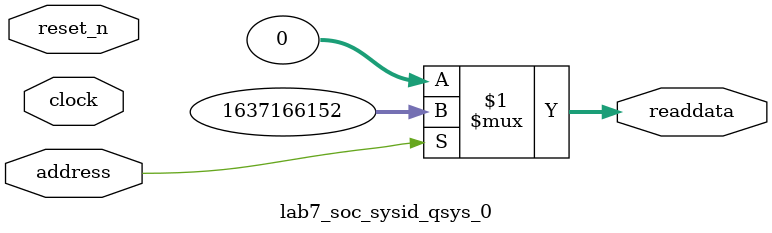
<source format=v>



// synthesis translate_off
`timescale 1ns / 1ps
// synthesis translate_on

// turn off superfluous verilog processor warnings 
// altera message_level Level1 
// altera message_off 10034 10035 10036 10037 10230 10240 10030 

module lab7_soc_sysid_qsys_0 (
               // inputs:
                address,
                clock,
                reset_n,

               // outputs:
                readdata
             )
;

  output  [ 31: 0] readdata;
  input            address;
  input            clock;
  input            reset_n;

  wire    [ 31: 0] readdata;
  //control_slave, which is an e_avalon_slave
  assign readdata = address ? 1637166152 : 0;

endmodule



</source>
